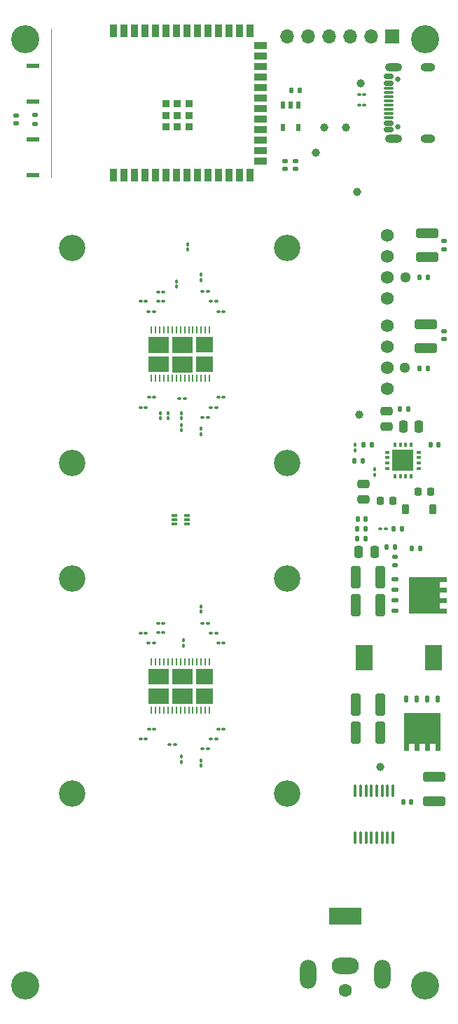
<source format=gbr>
%TF.GenerationSoftware,KiCad,Pcbnew,8.0.4*%
%TF.CreationDate,2024-09-12T18:41:14+02:00*%
%TF.ProjectId,BitForgeNano,42697446-6f72-4676-954e-616e6f2e6b69,rev?*%
%TF.SameCoordinates,Original*%
%TF.FileFunction,Soldermask,Top*%
%TF.FilePolarity,Negative*%
%FSLAX46Y46*%
G04 Gerber Fmt 4.6, Leading zero omitted, Abs format (unit mm)*
G04 Created by KiCad (PCBNEW 8.0.4) date 2024-09-12 18:41:14*
%MOMM*%
%LPD*%
G01*
G04 APERTURE LIST*
G04 Aperture macros list*
%AMRoundRect*
0 Rectangle with rounded corners*
0 $1 Rounding radius*
0 $2 $3 $4 $5 $6 $7 $8 $9 X,Y pos of 4 corners*
0 Add a 4 corners polygon primitive as box body*
4,1,4,$2,$3,$4,$5,$6,$7,$8,$9,$2,$3,0*
0 Add four circle primitives for the rounded corners*
1,1,$1+$1,$2,$3*
1,1,$1+$1,$4,$5*
1,1,$1+$1,$6,$7*
1,1,$1+$1,$8,$9*
0 Add four rect primitives between the rounded corners*
20,1,$1+$1,$2,$3,$4,$5,0*
20,1,$1+$1,$4,$5,$6,$7,0*
20,1,$1+$1,$6,$7,$8,$9,0*
20,1,$1+$1,$8,$9,$2,$3,0*%
%AMFreePoly0*
4,1,17,2.675000,1.605000,1.875000,1.605000,1.875000,0.935000,2.675000,0.935000,2.675000,0.335000,1.875000,0.335000,1.875000,-0.335000,2.675000,-0.335000,2.675000,-0.935000,1.875000,-0.935000,1.875000,-1.605000,2.675000,-1.605000,2.675000,-2.205000,-1.875000,-2.205000,-1.875000,2.205000,2.675000,2.205000,2.675000,1.605000,2.675000,1.605000,$1*%
G04 Aperture macros list end*
%ADD10C,0.100000*%
%ADD11RoundRect,0.140000X0.170000X-0.140000X0.170000X0.140000X-0.170000X0.140000X-0.170000X-0.140000X0*%
%ADD12RoundRect,0.100000X0.100000X-0.637500X0.100000X0.637500X-0.100000X0.637500X-0.100000X-0.637500X0*%
%ADD13RoundRect,0.100000X-0.130000X-0.100000X0.130000X-0.100000X0.130000X0.100000X-0.130000X0.100000X0*%
%ADD14RoundRect,0.100000X0.130000X0.100000X-0.130000X0.100000X-0.130000X-0.100000X0.130000X-0.100000X0*%
%ADD15C,3.200000*%
%ADD16RoundRect,0.250000X0.475000X-0.250000X0.475000X0.250000X-0.475000X0.250000X-0.475000X-0.250000X0*%
%ADD17RoundRect,0.250000X-0.250000X-0.475000X0.250000X-0.475000X0.250000X0.475000X-0.250000X0.475000X0*%
%ADD18C,3.400000*%
%ADD19RoundRect,0.135000X0.135000X0.185000X-0.135000X0.185000X-0.135000X-0.185000X0.135000X-0.185000X0*%
%ADD20RoundRect,0.100000X0.100000X-0.130000X0.100000X0.130000X-0.100000X0.130000X-0.100000X-0.130000X0*%
%ADD21C,0.650000*%
%ADD22RoundRect,0.150000X0.425000X-0.150000X0.425000X0.150000X-0.425000X0.150000X-0.425000X-0.150000X0*%
%ADD23RoundRect,0.075000X0.500000X-0.075000X0.500000X0.075000X-0.500000X0.075000X-0.500000X-0.075000X0*%
%ADD24O,2.100000X1.000000*%
%ADD25O,1.800000X1.000000*%
%ADD26C,1.600000*%
%ADD27R,4.000000X2.000000*%
%ADD28O,2.000000X3.500000*%
%ADD29O,3.300000X2.000000*%
%ADD30C,1.295400*%
%ADD31C,1.574800*%
%ADD32RoundRect,0.225000X0.225000X0.375000X-0.225000X0.375000X-0.225000X-0.375000X0.225000X-0.375000X0*%
%ADD33RoundRect,0.135000X0.185000X-0.135000X0.185000X0.135000X-0.185000X0.135000X-0.185000X-0.135000X0*%
%ADD34R,1.524000X0.508000*%
%ADD35RoundRect,0.135000X-0.135000X-0.185000X0.135000X-0.185000X0.135000X0.185000X-0.135000X0.185000X0*%
%ADD36RoundRect,0.250000X1.100000X-0.325000X1.100000X0.325000X-1.100000X0.325000X-1.100000X-0.325000X0*%
%ADD37RoundRect,0.250000X0.250000X0.475000X-0.250000X0.475000X-0.250000X-0.475000X0.250000X-0.475000X0*%
%ADD38C,1.000000*%
%ADD39R,0.558800X0.952500*%
%ADD40R,1.700000X1.700000*%
%ADD41O,1.700000X1.700000*%
%ADD42RoundRect,0.140000X-0.170000X0.140000X-0.170000X-0.140000X0.170000X-0.140000X0.170000X0.140000X0*%
%ADD43RoundRect,0.250000X-0.325000X-1.100000X0.325000X-1.100000X0.325000X1.100000X-0.325000X1.100000X0*%
%ADD44RoundRect,0.250000X-0.475000X0.250000X-0.475000X-0.250000X0.475000X-0.250000X0.475000X0.250000X0*%
%ADD45RoundRect,0.085000X-0.265000X-0.085000X0.265000X-0.085000X0.265000X0.085000X-0.265000X0.085000X0*%
%ADD46R,0.900000X1.500000*%
%ADD47R,1.500000X0.900000*%
%ADD48R,0.900000X0.900000*%
%ADD49R,0.304800X0.609600*%
%ADD50R,0.609600X0.304800*%
%ADD51R,2.590800X2.590800*%
%ADD52R,2.000000X3.050000*%
%ADD53RoundRect,0.140000X-0.140000X-0.170000X0.140000X-0.170000X0.140000X0.170000X-0.140000X0.170000X0*%
%ADD54RoundRect,0.225000X-0.225000X-0.250000X0.225000X-0.250000X0.225000X0.250000X-0.225000X0.250000X0*%
%ADD55RoundRect,0.250000X-1.100000X0.325000X-1.100000X-0.325000X1.100000X-0.325000X1.100000X0.325000X0*%
%ADD56RoundRect,0.055250X-0.055250X0.340750X-0.055250X-0.340750X0.055250X-0.340750X0.055250X0.340750X0*%
%ADD57RoundRect,0.140000X0.140000X0.170000X-0.140000X0.170000X-0.140000X-0.170000X0.140000X-0.170000X0*%
%ADD58FreePoly0,0.000000*%
%ADD59RoundRect,0.125000X-0.300000X-0.125000X0.300000X-0.125000X0.300000X0.125000X-0.300000X0.125000X0*%
%ADD60FreePoly0,270.000000*%
%ADD61RoundRect,0.125000X-0.125000X0.300000X-0.125000X-0.300000X0.125000X-0.300000X0.125000X0.300000X0*%
G04 APERTURE END LIST*
D10*
%TO.C,U8*%
X51500000Y-65515000D02*
X51500000Y-47515000D01*
%TO.C,U3*%
X63270000Y-126720000D02*
X65630000Y-126720000D01*
X65630000Y-124920000D01*
X63270000Y-124920000D01*
X63270000Y-126720000D01*
G36*
X63270000Y-126720000D02*
G01*
X65630000Y-126720000D01*
X65630000Y-124920000D01*
X63270000Y-124920000D01*
X63270000Y-126720000D01*
G37*
X63270000Y-129070000D02*
X65630000Y-129070000D01*
X65630000Y-127270000D01*
X63270000Y-127270000D01*
X63270000Y-129070000D01*
G36*
X63270000Y-129070000D02*
G01*
X65630000Y-129070000D01*
X65630000Y-127270000D01*
X63270000Y-127270000D01*
X63270000Y-129070000D01*
G37*
X66080000Y-129090000D02*
X68440000Y-129090000D01*
X68440000Y-127290000D01*
X66080000Y-127290000D01*
X66080000Y-129090000D01*
G36*
X66080000Y-129090000D02*
G01*
X68440000Y-129090000D01*
X68440000Y-127290000D01*
X66080000Y-127290000D01*
X66080000Y-129090000D01*
G37*
X66090000Y-126720000D02*
X68450000Y-126720000D01*
X68450000Y-124920000D01*
X66090000Y-124920000D01*
X66090000Y-126720000D01*
G36*
X66090000Y-126720000D02*
G01*
X68450000Y-126720000D01*
X68450000Y-124920000D01*
X66090000Y-124920000D01*
X66090000Y-126720000D01*
G37*
X69020000Y-126700000D02*
X70900000Y-126700000D01*
X70900000Y-124920000D01*
X69020000Y-124920000D01*
X69020000Y-126700000D01*
G36*
X69020000Y-126700000D02*
G01*
X70900000Y-126700000D01*
X70900000Y-124920000D01*
X69020000Y-124920000D01*
X69020000Y-126700000D01*
G37*
X69030000Y-129070000D02*
X70900000Y-129070000D01*
X70900000Y-127290000D01*
X69030000Y-127290000D01*
X69030000Y-129070000D01*
G36*
X69030000Y-129070000D02*
G01*
X70900000Y-129070000D01*
X70900000Y-127290000D01*
X69030000Y-127290000D01*
X69030000Y-129070000D01*
G37*
%TO.C,U13*%
X63270000Y-86620000D02*
X65630000Y-86620000D01*
X65630000Y-84820000D01*
X63270000Y-84820000D01*
X63270000Y-86620000D01*
G36*
X63270000Y-86620000D02*
G01*
X65630000Y-86620000D01*
X65630000Y-84820000D01*
X63270000Y-84820000D01*
X63270000Y-86620000D01*
G37*
X63270000Y-88970000D02*
X65630000Y-88970000D01*
X65630000Y-87170000D01*
X63270000Y-87170000D01*
X63270000Y-88970000D01*
G36*
X63270000Y-88970000D02*
G01*
X65630000Y-88970000D01*
X65630000Y-87170000D01*
X63270000Y-87170000D01*
X63270000Y-88970000D01*
G37*
X66080000Y-88990000D02*
X68440000Y-88990000D01*
X68440000Y-87190000D01*
X66080000Y-87190000D01*
X66080000Y-88990000D01*
G36*
X66080000Y-88990000D02*
G01*
X68440000Y-88990000D01*
X68440000Y-87190000D01*
X66080000Y-87190000D01*
X66080000Y-88990000D01*
G37*
X66090000Y-86620000D02*
X68450000Y-86620000D01*
X68450000Y-84820000D01*
X66090000Y-84820000D01*
X66090000Y-86620000D01*
G36*
X66090000Y-86620000D02*
G01*
X68450000Y-86620000D01*
X68450000Y-84820000D01*
X66090000Y-84820000D01*
X66090000Y-86620000D01*
G37*
X69020000Y-86600000D02*
X70900000Y-86600000D01*
X70900000Y-84820000D01*
X69020000Y-84820000D01*
X69020000Y-86600000D01*
G36*
X69020000Y-86600000D02*
G01*
X70900000Y-86600000D01*
X70900000Y-84820000D01*
X69020000Y-84820000D01*
X69020000Y-86600000D01*
G37*
X69030000Y-88970000D02*
X70900000Y-88970000D01*
X70900000Y-87190000D01*
X69030000Y-87190000D01*
X69030000Y-88970000D01*
G36*
X69030000Y-88970000D02*
G01*
X70900000Y-88970000D01*
X70900000Y-87190000D01*
X69030000Y-87190000D01*
X69030000Y-88970000D01*
G37*
%TD*%
D11*
%TO.C,C48*%
X81000000Y-63500000D03*
X81000000Y-64460000D03*
%TD*%
D12*
%TO.C,U4*%
X88225000Y-145362500D03*
X88875000Y-145362500D03*
X89525000Y-145362500D03*
X90175000Y-145362500D03*
X90825000Y-145362500D03*
X91475000Y-145362500D03*
X92125000Y-145362500D03*
X92775000Y-145362500D03*
X92775000Y-139637500D03*
X92125000Y-139637500D03*
X91475000Y-139637500D03*
X90825000Y-139637500D03*
X90175000Y-139637500D03*
X89525000Y-139637500D03*
X88875000Y-139637500D03*
X88225000Y-139637500D03*
%TD*%
D13*
%TO.C,R24*%
X64380000Y-79362500D03*
X65020000Y-79362500D03*
%TD*%
D14*
%TO.C,C37*%
X62280000Y-133400000D03*
X62920000Y-133400000D03*
%TD*%
%TO.C,C62*%
X70780000Y-80512500D03*
X71420000Y-80512500D03*
%TD*%
%TO.C,C18*%
X69780000Y-119400000D03*
X70420000Y-119400000D03*
%TD*%
D15*
%TO.C,H2*%
X54000000Y-140000000D03*
%TD*%
D16*
%TO.C,C6*%
X92020000Y-93750000D03*
X92020000Y-95650000D03*
%TD*%
D17*
%TO.C,C7*%
X95950000Y-95600000D03*
X94050000Y-95600000D03*
%TD*%
D18*
%TO.C,*%
X48300000Y-163200011D03*
%TD*%
D13*
%TO.C,R12*%
X64380000Y-119450000D03*
X65020000Y-119450000D03*
%TD*%
D14*
%TO.C,R13*%
X64380000Y-120550000D03*
X65020000Y-120550000D03*
%TD*%
%TO.C,R38*%
X88680000Y-55500000D03*
X89320000Y-55500000D03*
%TD*%
D15*
%TO.C,H4*%
X54000000Y-114000000D03*
%TD*%
%TO.C,H5*%
X80000000Y-100000000D03*
%TD*%
D19*
%TO.C,R3*%
X89190000Y-97800000D03*
X90210000Y-97800000D03*
%TD*%
D20*
%TO.C,C16*%
X69600000Y-117380000D03*
X69600000Y-118020000D03*
%TD*%
D21*
%TO.C,J5*%
X93330000Y-59415000D03*
X93330000Y-53635000D03*
D22*
X92255000Y-59725000D03*
X92255000Y-58925000D03*
D23*
X92255000Y-57775000D03*
X92255000Y-56775000D03*
X92255000Y-56275000D03*
X92255000Y-55275000D03*
D22*
X92255000Y-54125000D03*
X92255000Y-53325000D03*
X92255000Y-53325000D03*
X92255000Y-54125000D03*
D23*
X92255000Y-54775000D03*
X92255000Y-55775000D03*
X92255000Y-57275000D03*
X92255000Y-58275000D03*
D22*
X92255000Y-58925000D03*
X92255000Y-59725000D03*
D24*
X92830000Y-60845000D03*
D25*
X97010000Y-60845000D03*
D24*
X92830000Y-52205000D03*
D25*
X97010000Y-52205000D03*
%TD*%
D26*
%TO.C,J1*%
X87000000Y-163800000D03*
D27*
X87000000Y-154800000D03*
D28*
X82500000Y-161800000D03*
D29*
X87000000Y-160800000D03*
D28*
X91500000Y-161800000D03*
%TD*%
D30*
%TO.C,J8*%
X94260001Y-88540000D03*
D31*
X92100000Y-83460000D03*
X92100000Y-86000000D03*
X92100000Y-88540000D03*
X92100000Y-91080000D03*
%TD*%
D18*
%TO.C,*%
X96700000Y-163200011D03*
%TD*%
D14*
%TO.C,C27*%
X62260000Y-120600000D03*
X62900000Y-120600000D03*
%TD*%
D32*
%TO.C,D1*%
X97575001Y-105595000D03*
X94275001Y-105595000D03*
%TD*%
D14*
%TO.C,C71*%
X62280000Y-93312500D03*
X62920000Y-93312500D03*
%TD*%
D19*
%TO.C,R8*%
X88490000Y-109200000D03*
X89510000Y-109200000D03*
%TD*%
%TO.C,R7*%
X88490000Y-108000000D03*
X89510000Y-108000000D03*
%TD*%
D33*
%TO.C,R9*%
X93050000Y-111390000D03*
X93050000Y-112410000D03*
%TD*%
D20*
%TO.C,R11*%
X67250000Y-93980000D03*
X67250000Y-94620000D03*
%TD*%
%TO.C,C68*%
X69600000Y-95892500D03*
X69600000Y-96532500D03*
%TD*%
D13*
%TO.C,C36*%
X72320000Y-132200000D03*
X71680000Y-132200000D03*
%TD*%
D14*
%TO.C,C44*%
X63280000Y-132200000D03*
X63920000Y-132200000D03*
%TD*%
D34*
%TO.C,SW2*%
X49250000Y-65250000D03*
X49250000Y-60932000D03*
%TD*%
D18*
%TO.C,*%
X48300000Y-48800011D03*
%TD*%
D35*
%TO.C,R6*%
X93910000Y-108000000D03*
X92890000Y-108000000D03*
%TD*%
D14*
%TO.C,C72*%
X63280000Y-92112500D03*
X63920000Y-92112500D03*
%TD*%
D36*
%TO.C,C1*%
X97750000Y-138000000D03*
X97750000Y-140950000D03*
%TD*%
D13*
%TO.C,C51*%
X70420000Y-134600000D03*
X69780000Y-134600000D03*
%TD*%
D20*
%TO.C,C54*%
X69600000Y-77292500D03*
X69600000Y-77932500D03*
%TD*%
D14*
%TO.C,C70*%
X62260000Y-80512500D03*
X62900000Y-80512500D03*
%TD*%
D33*
%TO.C,R21*%
X49500000Y-57990000D03*
X49500000Y-59010000D03*
%TD*%
D37*
%TO.C,C10*%
X88650000Y-110800000D03*
X90550000Y-110800000D03*
%TD*%
D38*
%TO.C,TP14*%
X84500000Y-59500000D03*
%TD*%
D13*
%TO.C,C38*%
X71420000Y-133400000D03*
X70780000Y-133400000D03*
%TD*%
D19*
%TO.C,R10*%
X92050000Y-110150000D03*
X93070000Y-110150000D03*
%TD*%
D14*
%TO.C,C63*%
X71680000Y-81712500D03*
X72320000Y-81712500D03*
%TD*%
D20*
%TO.C,R2*%
X90600000Y-100800000D03*
X90600000Y-101440000D03*
%TD*%
D14*
%TO.C,R33*%
X64380000Y-80462500D03*
X65020000Y-80462500D03*
%TD*%
D13*
%TO.C,C8*%
X91920000Y-108000000D03*
X91280000Y-108000000D03*
%TD*%
D39*
%TO.C,U10*%
X81379600Y-56744100D03*
X80439800Y-56744100D03*
X79500000Y-56744100D03*
X79500000Y-59500000D03*
X81379600Y-59500000D03*
%TD*%
D11*
%TO.C,C57*%
X79750000Y-63500000D03*
X79750000Y-64460000D03*
%TD*%
D40*
%TO.C,J7*%
X92660000Y-48500000D03*
D41*
X90120000Y-48500000D03*
X87580000Y-48500000D03*
X85040000Y-48500000D03*
X82500000Y-48500000D03*
X79960000Y-48500000D03*
%TD*%
D20*
%TO.C,R35*%
X65600000Y-93992500D03*
X65600000Y-94632500D03*
%TD*%
D38*
%TO.C,TP1*%
X91250000Y-136750000D03*
%TD*%
D13*
%TO.C,C67*%
X70420000Y-94512500D03*
X69780000Y-94512500D03*
%TD*%
D42*
%TO.C,C43*%
X99000000Y-74180000D03*
X99000000Y-73220000D03*
%TD*%
D38*
%TO.C,TP5*%
X88700000Y-94200000D03*
%TD*%
D35*
%TO.C,R1*%
X89110000Y-99800000D03*
X88090000Y-99800000D03*
%TD*%
D14*
%TO.C,C19*%
X63260000Y-121800000D03*
X63900000Y-121800000D03*
%TD*%
D15*
%TO.C,H7*%
X80000000Y-74000000D03*
%TD*%
D43*
%TO.C,C12*%
X91250002Y-129250000D03*
X88300002Y-129250000D03*
%TD*%
D44*
%TO.C,C4*%
X89200000Y-104450000D03*
X89200000Y-102550000D03*
%TD*%
D20*
%TO.C,R23*%
X66600000Y-78092500D03*
X66600000Y-78732500D03*
%TD*%
D45*
%TO.C,U7*%
X66350000Y-106400000D03*
X66350000Y-106900000D03*
X66350000Y-107400000D03*
X67850000Y-107400000D03*
X67850000Y-106900000D03*
X67850000Y-106400000D03*
%TD*%
D46*
%TO.C,U8*%
X58990000Y-65265000D03*
X60260000Y-65265000D03*
X61530000Y-65265000D03*
X62800000Y-65265000D03*
X64070000Y-65265000D03*
X65340000Y-65265000D03*
X66610000Y-65265000D03*
X67880000Y-65265000D03*
X69150000Y-65265000D03*
X70420000Y-65265000D03*
X71690000Y-65265000D03*
X72960000Y-65265000D03*
X74230000Y-65265000D03*
X75500000Y-65265000D03*
D47*
X76750000Y-63500000D03*
X76750000Y-62230000D03*
X76750000Y-60960000D03*
X76750000Y-59690000D03*
X76750000Y-58420000D03*
X76750000Y-57150000D03*
X76750000Y-55880000D03*
X76750000Y-54610000D03*
X76750000Y-53340000D03*
X76750000Y-52070000D03*
X76750000Y-50800000D03*
X76750000Y-49530000D03*
D46*
X75500000Y-47765000D03*
X74230000Y-47765000D03*
X72960000Y-47765000D03*
X71690000Y-47765000D03*
X70420000Y-47765000D03*
X69150000Y-47765000D03*
X67880000Y-47765000D03*
X66610000Y-47765000D03*
X65340000Y-47765000D03*
X64070000Y-47765000D03*
X62800000Y-47765000D03*
X61530000Y-47765000D03*
X60260000Y-47765000D03*
X58990000Y-47765000D03*
D48*
X65310000Y-59415000D03*
X66710000Y-59415000D03*
X68110000Y-59415000D03*
X65310000Y-58015000D03*
X66710000Y-58015000D03*
X68110000Y-58015000D03*
X65310000Y-56615000D03*
X66710000Y-56615000D03*
X68110000Y-56615000D03*
%TD*%
D15*
%TO.C,H3*%
X80000000Y-114000000D03*
%TD*%
D49*
%TO.C,U1*%
X94974999Y-97795000D03*
X94325001Y-97795000D03*
X93674999Y-97795000D03*
X93025001Y-97795000D03*
D50*
X92095000Y-98725001D03*
X92095000Y-99374999D03*
X92095000Y-100025001D03*
X92095000Y-100674999D03*
D51*
X94000000Y-99700000D03*
D49*
X93025001Y-101605000D03*
X93674999Y-101605000D03*
X94325001Y-101605000D03*
X94974999Y-101605000D03*
D50*
X95905000Y-100674999D03*
X95905000Y-100025001D03*
X95905000Y-99374999D03*
X95905000Y-98725001D03*
%TD*%
D19*
%TO.C,R18*%
X95990000Y-77600000D03*
X97010000Y-77600000D03*
%TD*%
D38*
%TO.C,TP15*%
X88900000Y-54100000D03*
%TD*%
D15*
%TO.C,H8*%
X54000000Y-74000000D03*
%TD*%
D20*
%TO.C,R40*%
X67250000Y-135530000D03*
X67250000Y-136170000D03*
%TD*%
D13*
%TO.C,C66*%
X71420000Y-93312500D03*
X70780000Y-93312500D03*
%TD*%
D43*
%TO.C,C85*%
X91275000Y-117200000D03*
X88325000Y-117200000D03*
%TD*%
D20*
%TO.C,R27*%
X88200000Y-97825000D03*
X88200000Y-98465000D03*
%TD*%
%TO.C,C52*%
X69600000Y-135980000D03*
X69600000Y-136620000D03*
%TD*%
D42*
%TO.C,C23*%
X99000000Y-85080000D03*
X99000000Y-84120000D03*
%TD*%
D15*
%TO.C,H6*%
X54000000Y-100000000D03*
%TD*%
D19*
%TO.C,R20*%
X95980000Y-88600000D03*
X97000000Y-88600000D03*
%TD*%
D35*
%TO.C,R4*%
X94630000Y-93500000D03*
X93610000Y-93500000D03*
%TD*%
D14*
%TO.C,C69*%
X63260000Y-81712500D03*
X63900000Y-81712500D03*
%TD*%
D34*
%TO.C,SW1*%
X49250000Y-56320500D03*
X49250000Y-52002500D03*
%TD*%
D52*
%TO.C,L1*%
X97675000Y-123575000D03*
X89325000Y-123575000D03*
%TD*%
D43*
%TO.C,C13*%
X91225002Y-132625000D03*
X88275002Y-132625000D03*
%TD*%
D53*
%TO.C,C5*%
X98280000Y-97800000D03*
X97320000Y-97800000D03*
%TD*%
D35*
%TO.C,R5*%
X96110000Y-110400000D03*
X95090000Y-110400000D03*
%TD*%
D54*
%TO.C,C3*%
X91225000Y-104600000D03*
X92775000Y-104600000D03*
%TD*%
D20*
%TO.C,R19*%
X64700000Y-93992500D03*
X64700000Y-94632500D03*
%TD*%
D55*
%TO.C,C22*%
X96800000Y-86175000D03*
X96800000Y-83225000D03*
%TD*%
D14*
%TO.C,C28*%
X71680000Y-121800000D03*
X72320000Y-121800000D03*
%TD*%
D18*
%TO.C,*%
X96700000Y-48799991D03*
%TD*%
D13*
%TO.C,R15*%
X67620000Y-92212500D03*
X66980000Y-92212500D03*
%TD*%
D56*
%TO.C,U3*%
X70614000Y-124084000D03*
X70112000Y-124084000D03*
X69610000Y-124084000D03*
X69108000Y-124084000D03*
X68606000Y-124084000D03*
X68104000Y-124084000D03*
X67602000Y-124084000D03*
X67100000Y-124084000D03*
X66598000Y-124084000D03*
X66096000Y-124084000D03*
X65594000Y-124084000D03*
X65092000Y-124084000D03*
X64590000Y-124084000D03*
X64088000Y-124084000D03*
X63586000Y-124084000D03*
X63586000Y-129916000D03*
X64088000Y-129916000D03*
X64590000Y-129916000D03*
X65092000Y-129916000D03*
X65594000Y-129916000D03*
X66096000Y-129916000D03*
X66598000Y-129916000D03*
X67100000Y-129916000D03*
X67602000Y-129916000D03*
X68104000Y-129916000D03*
X68606000Y-129916000D03*
X69108000Y-129916000D03*
X69610000Y-129916000D03*
X70112000Y-129916000D03*
X70614000Y-129916000D03*
%TD*%
D30*
%TO.C,J6*%
X94298852Y-77559400D03*
D31*
X92138851Y-72479400D03*
X92138851Y-75019400D03*
X92138851Y-77559400D03*
X92138851Y-80099400D03*
%TD*%
D13*
%TO.C,R17*%
X66420000Y-134100000D03*
X65780000Y-134100000D03*
%TD*%
D57*
%TO.C,C14*%
X94020000Y-141000000D03*
X94980000Y-141000000D03*
%TD*%
D14*
%TO.C,C26*%
X70780000Y-120600000D03*
X71420000Y-120600000D03*
%TD*%
D15*
%TO.C,H1*%
X80000000Y-140000000D03*
%TD*%
D55*
%TO.C,C24*%
X96900000Y-75175000D03*
X96900000Y-72225000D03*
%TD*%
D14*
%TO.C,C55*%
X69780000Y-79312500D03*
X70420000Y-79312500D03*
%TD*%
D38*
%TO.C,TP4*%
X83500000Y-62500000D03*
%TD*%
D57*
%TO.C,C9*%
X88520000Y-106800000D03*
X89480000Y-106800000D03*
%TD*%
D42*
%TO.C,C49*%
X47250000Y-59000500D03*
X47250000Y-58040500D03*
%TD*%
D53*
%TO.C,C56*%
X81480000Y-55000000D03*
X80520000Y-55000000D03*
%TD*%
D54*
%TO.C,C2*%
X95825000Y-103500000D03*
X97375000Y-103500000D03*
%TD*%
D38*
%TO.C,TP19*%
X88500000Y-67300000D03*
%TD*%
D20*
%TO.C,R34*%
X67500000Y-121480000D03*
X67500000Y-122120000D03*
%TD*%
D58*
%TO.C,Q2*%
X96600000Y-116000000D03*
D59*
X93050000Y-114095000D03*
X93050000Y-115365000D03*
X93050000Y-116635000D03*
X93050000Y-117905000D03*
%TD*%
D13*
%TO.C,C65*%
X72320000Y-92112500D03*
X71680000Y-92112500D03*
%TD*%
D20*
%TO.C,R16*%
X67250000Y-95442500D03*
X67250000Y-96082500D03*
%TD*%
D60*
%TO.C,Q1*%
X96335000Y-132145000D03*
D61*
X98240000Y-128595000D03*
X96970000Y-128595000D03*
X95700000Y-128595000D03*
X94430000Y-128595000D03*
%TD*%
D56*
%TO.C,U13*%
X70614000Y-83984000D03*
X70112000Y-83984000D03*
X69610000Y-83984000D03*
X69108000Y-83984000D03*
X68606000Y-83984000D03*
X68104000Y-83984000D03*
X67602000Y-83984000D03*
X67100000Y-83984000D03*
X66598000Y-83984000D03*
X66096000Y-83984000D03*
X65594000Y-83984000D03*
X65092000Y-83984000D03*
X64590000Y-83984000D03*
X64088000Y-83984000D03*
X63586000Y-83984000D03*
X63586000Y-89816000D03*
X64088000Y-89816000D03*
X64590000Y-89816000D03*
X65092000Y-89816000D03*
X65594000Y-89816000D03*
X66096000Y-89816000D03*
X66598000Y-89816000D03*
X67100000Y-89816000D03*
X67602000Y-89816000D03*
X68104000Y-89816000D03*
X68606000Y-89816000D03*
X69108000Y-89816000D03*
X69610000Y-89816000D03*
X70112000Y-89816000D03*
X70614000Y-89816000D03*
%TD*%
D14*
%TO.C,R37*%
X88680000Y-56750000D03*
X89320000Y-56750000D03*
%TD*%
D38*
%TO.C,TP13*%
X87100000Y-59500000D03*
%TD*%
D20*
%TO.C,R43*%
X68000000Y-73580000D03*
X68000000Y-74220000D03*
%TD*%
D43*
%TO.C,C11*%
X91250000Y-113825000D03*
X88300000Y-113825000D03*
%TD*%
M02*

</source>
